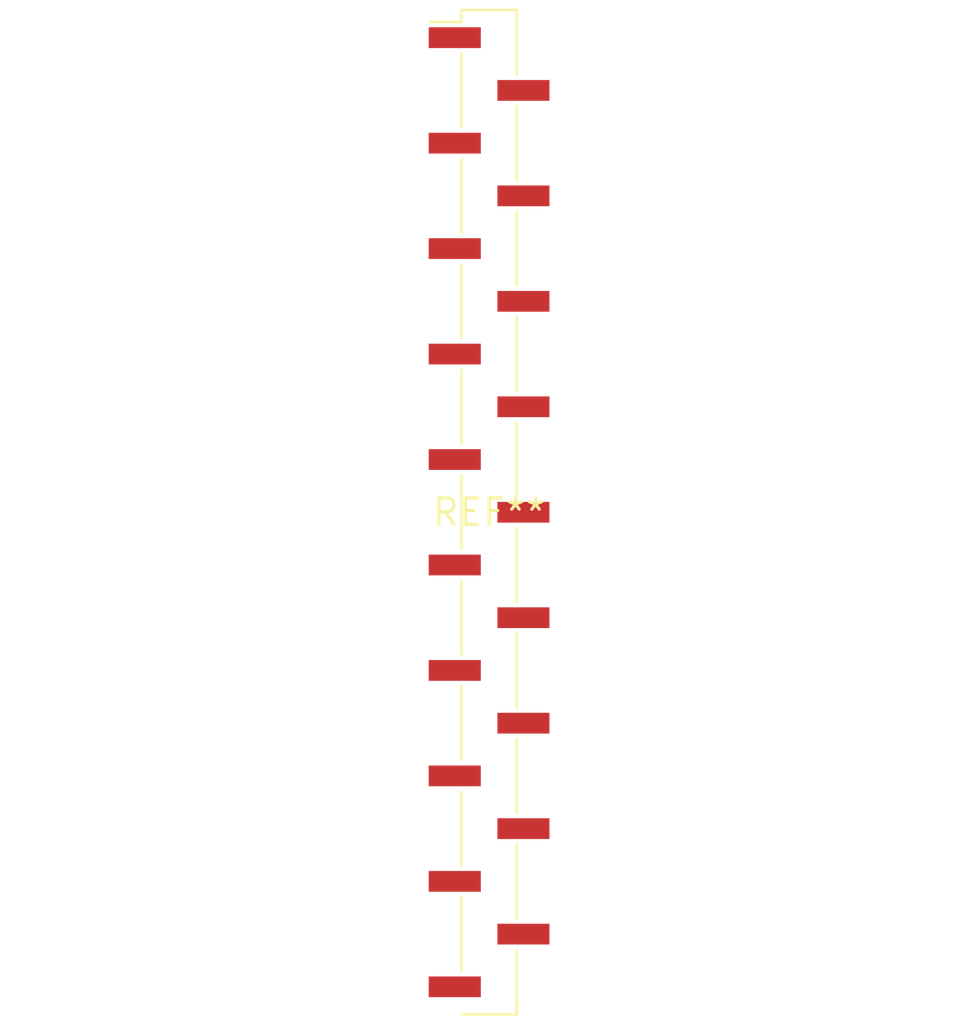
<source format=kicad_pcb>
(kicad_pcb (version 20240108) (generator pcbnew)
  (layers (0 "F.Cu" signal) (31 "B.Cu" signal) (34 "B.Paste" user) (35 "F.Paste" user) (36 "B.SilkS" user "B.Silkscreen") (37 "F.SilkS" user "F.Silkscreen") (38 "B.Mask" user) (39 "F.Mask" user) (44 "Edge.Cuts" user))
  (net 0 "")
  (footprint "PinHeader_1x19_P2.54mm_Vertical_SMD_Pin1Left" (layer "F.Cu") (at 0 0)
    (property "Reference" "REF**")
    (property "Value" "PinHeader_1x19_P2.54mm_Vertical_SMD_Pin1Left")
    (fp_line (start -1.33 -24.19) (end -1.33 -23.62) (layer "F.SilkS") (stroke (width 0.12)))
    (fp_line (start -1.33 -24.19) (end 1.33 -24.19) (layer "F.SilkS") (stroke (width 0.12)))
    (fp_line (start -1.33 -23.62) (end -2.85 -23.62) (layer "F.SilkS") (stroke (width 0.12)))
    (fp_line (start -1.33 -22.1) (end -1.33 -18.54) (layer "F.SilkS") (stroke (width 0.12)))
    (fp_line (start -1.33 -17.02) (end -1.33 -13.46) (layer "F.SilkS") (stroke (width 0.12)))
    (fp_line (start -1.33 -11.94) (end -1.33 -8.38) (layer "F.SilkS") (stroke (width 0.12)))
    (fp_line (start -1.33 -6.86) (end -1.33 -3.3) (layer "F.SilkS") (stroke (width 0.12)))
    (fp_line (start -1.33 -1.78) (end -1.33 1.78) (layer "F.SilkS") (stroke (width 0.12)))
    (fp_line (start -1.33 3.3) (end -1.33 6.86) (layer "F.SilkS") (stroke (width 0.12)))
    (fp_line (start -1.33 8.38) (end -1.33 11.94) (layer "F.SilkS") (stroke (width 0.12)))
    (fp_line (start -1.33 13.46) (end -1.33 17.02) (layer "F.SilkS") (stroke (width 0.12)))
    (fp_line (start -1.33 18.54) (end -1.33 22.1) (layer "F.SilkS") (stroke (width 0.12)))
    (fp_line (start -1.33 24.19) (end 1.33 24.19) (layer "F.SilkS") (stroke (width 0.12)))
    (fp_line (start 1.33 -24.19) (end 1.33 -21.08) (layer "F.SilkS") (stroke (width 0.12)))
    (fp_line (start 1.33 -19.56) (end 1.33 -16) (layer "F.SilkS") (stroke (width 0.12)))
    (fp_line (start 1.33 -14.48) (end 1.33 -10.92) (layer "F.SilkS") (stroke (width 0.12)))
    (fp_line (start 1.33 -9.4) (end 1.33 -5.84) (layer "F.SilkS") (stroke (width 0.12)))
    (fp_line (start 1.33 -4.32) (end 1.33 -0.76) (layer "F.SilkS") (stroke (width 0.12)))
    (fp_line (start 1.33 0.76) (end 1.33 4.32) (layer "F.SilkS") (stroke (width 0.12)))
    (fp_line (start 1.33 5.84) (end 1.33 9.4) (layer "F.SilkS") (stroke (width 0.12)))
    (fp_line (start 1.33 10.92) (end 1.33 14.48) (layer "F.SilkS") (stroke (width 0.12)))
    (fp_line (start 1.33 16) (end 1.33 19.56) (layer "F.SilkS") (stroke (width 0.12)))
    (fp_line (start 1.33 21.08) (end 1.33 24.19) (layer "F.SilkS") (stroke (width 0.12)))
    (fp_line (start 1.33 23.62) (end 1.33 24.19) (layer "F.SilkS") (stroke (width 0.12)))
    (pad "1" smd rect (at -1.655 -22.86) (size 2.51 1) (layers "F.Cu" "F.Paste" "F.Mask"))
    (pad "2" smd rect (at 1.655 -20.32) (size 2.51 1) (layers "F.Cu" "F.Paste" "F.Mask"))
    (pad "3" smd rect (at -1.655 -17.78) (size 2.51 1) (layers "F.Cu" "F.Paste" "F.Mask"))
    (pad "4" smd rect (at 1.655 -15.24) (size 2.51 1) (layers "F.Cu" "F.Paste" "F.Mask"))
    (pad "5" smd rect (at -1.655 -12.7) (size 2.51 1) (layers "F.Cu" "F.Paste" "F.Mask"))
    (pad "6" smd rect (at 1.655 -10.16) (size 2.51 1) (layers "F.Cu" "F.Paste" "F.Mask"))
    (pad "7" smd rect (at -1.655 -7.62) (size 2.51 1) (layers "F.Cu" "F.Paste" "F.Mask"))
    (pad "8" smd rect (at 1.655 -5.08) (size 2.51 1) (layers "F.Cu" "F.Paste" "F.Mask"))
    (pad "9" smd rect (at -1.655 -2.54) (size 2.51 1) (layers "F.Cu" "F.Paste" "F.Mask"))
    (pad "10" smd rect (at 1.655 0) (size 2.51 1) (layers "F.Cu" "F.Paste" "F.Mask"))
    (pad "11" smd rect (at -1.655 2.54) (size 2.51 1) (layers "F.Cu" "F.Paste" "F.Mask"))
    (pad "12" smd rect (at 1.655 5.08) (size 2.51 1) (layers "F.Cu" "F.Paste" "F.Mask"))
    (pad "13" smd rect (at -1.655 7.62) (size 2.51 1) (layers "F.Cu" "F.Paste" "F.Mask"))
    (pad "14" smd rect (at 1.655 10.16) (size 2.51 1) (layers "F.Cu" "F.Paste" "F.Mask"))
    (pad "15" smd rect (at -1.655 12.7) (size 2.51 1) (layers "F.Cu" "F.Paste" "F.Mask"))
    (pad "16" smd rect (at 1.655 15.24) (size 2.51 1) (layers "F.Cu" "F.Paste" "F.Mask"))
    (pad "17" smd rect (at -1.655 17.78) (size 2.51 1) (layers "F.Cu" "F.Paste" "F.Mask"))
    (pad "18" smd rect (at 1.655 20.32) (size 2.51 1) (layers "F.Cu" "F.Paste" "F.Mask"))
    (pad "19" smd rect (at -1.655 22.86) (size 2.51 1) (layers "F.Cu" "F.Paste" "F.Mask"))
  )
)
</source>
